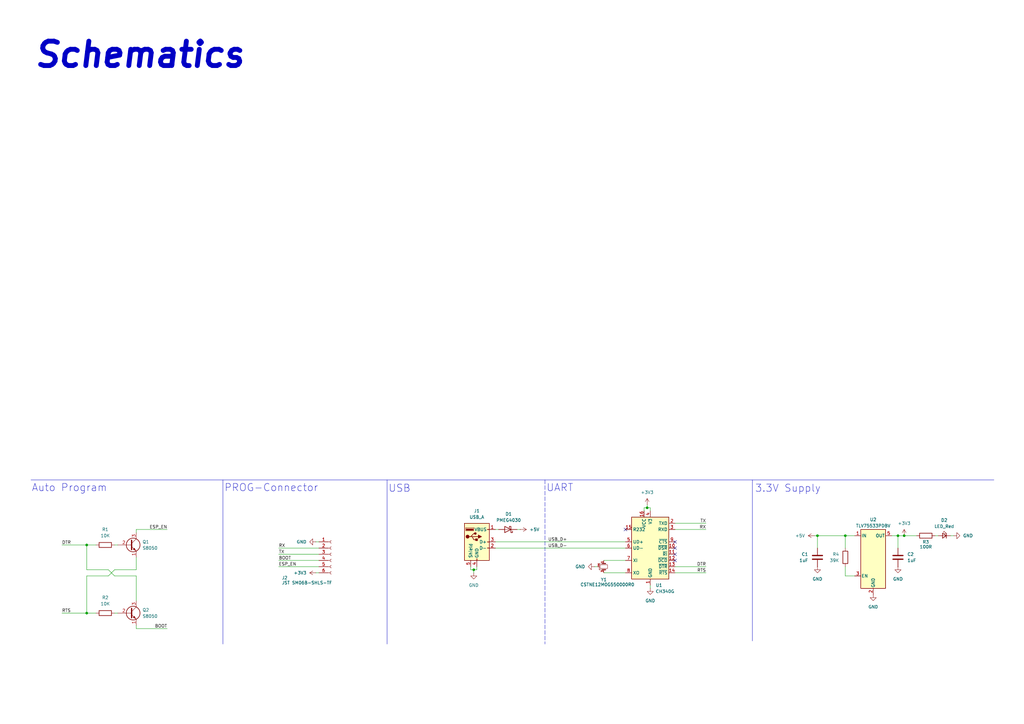
<source format=kicad_sch>
(kicad_sch (version 20231120) (generator "eeschema") (generator_version "8.0")
  (paper "A3")
  (title_block (title "ESP-PROG Stick") (date "2024-10-31") (rev "2") (company "harexew.com // github.com/harexew"))
  (lib_symbols
    (symbol "Connector:Conn_01x06_Socket" (pin_names (offset 1.016) hide)
      (property "Reference" "J" (at 0 7.62 0))
      (property "Value" "Conn_01x06_Socket" (at 0 -10.16 0))
      (symbol "Conn_01x06_Socket_1_1"
        (arc (start 0 -7.112) (mid -0.5058 -7.62) (end 0 -8.128) (stroke (width 0.1524)))
        (arc (start 0 -4.572) (mid -0.5058 -5.08) (end 0 -5.588) (stroke (width 0.1524)))
        (arc (start 0 -2.032) (mid -0.5058 -2.54) (end 0 -3.048) (stroke (width 0.1524)))
        (polyline (pts (xy -1.27 -7.62) (xy -0.508 -7.62)) (stroke (width 0.1524)))
        (polyline (pts (xy -1.27 -5.08) (xy -0.508 -5.08)) (stroke (width 0.1524)))
        (polyline (pts (xy -1.27 -2.54) (xy -0.508 -2.54)) (stroke (width 0.1524)))
        (polyline (pts (xy -1.27 0) (xy -0.508 0)) (stroke (width 0.1524)))
        (polyline (pts (xy -1.27 2.54) (xy -0.508 2.54)) (stroke (width 0.1524)))
        (polyline (pts (xy -1.27 5.08) (xy -0.508 5.08)) (stroke (width 0.1524)))
        (arc (start 0 0.508) (mid -0.5058 0) (end 0 -0.508) (stroke (width 0.1524)))
        (arc (start 0 3.048) (mid -0.5058 2.54) (end 0 2.032) (stroke (width 0.1524)))
        (arc (start 0 5.588) (mid -0.5058 5.08) (end 0 4.572) (stroke (width 0.1524)))
        (pin passive line (at -5.08 5.08 0) (length 3.81) (name "Pin_1") (number "1"))
        (pin passive line (at -5.08 2.54 0) (length 3.81) (name "Pin_2") (number "2"))
        (pin passive line (at -5.08 0 0) (length 3.81) (name "Pin_3") (number "3"))
        (pin passive line (at -5.08 -2.54 0) (length 3.81) (name "Pin_4") (number "4"))
        (pin passive line (at -5.08 -5.08 0) (length 3.81) (name "Pin_5") (number "5"))
        (pin passive line (at -5.08 -7.62 0) (length 3.81) (name "Pin_6") (number "6"))
      )
    )
    (symbol "Connector:USB_A" (pin_names (offset 1.016))
      (property "Reference" "J" (at -5.08 11.43 0))
      (property "Value" "USB_A" (at -5.08 8.89 0))
      (symbol "USB_A_0_1"
        (rectangle (start -5.08 -7.62) (end 5.08 7.62) (stroke (width 0.254)) (fill (type background)))
        (circle (center -3.81 2.159) (radius 0.635) (stroke (width 0.254)) (fill (type outline)))
        (rectangle (start -1.524 4.826) (end -4.318 5.334) (fill (type outline)))
        (rectangle (start -1.27 4.572) (end -4.572 5.842))
        (circle (center -0.635 3.429) (radius 0.381) (stroke (width 0.254)) (fill (type outline)))
        (rectangle (start -0.127 -7.62) (end 0.127 -6.858))
        (polyline (pts (xy -3.175 2.159) (xy -2.54 2.159) (xy -1.27 3.429) (xy -0.635 3.429)) (stroke (width 0.254)))
        (polyline (pts (xy -2.54 2.159) (xy -1.905 2.159) (xy -1.27 0.889) (xy 0 0.889)) (stroke (width 0.254)))
        (polyline (pts (xy 0.635 2.794) (xy 0.635 1.524) (xy 1.905 2.159) (xy 0.635 2.794)) (stroke (width 0.254)) (fill (type outline)))
        (rectangle (start 0.254 1.27) (end -0.508 0.508) (stroke (width 0.254)) (fill (type outline)))
        (rectangle (start 5.08 -2.667) (end 4.318 -2.413))
        (rectangle (start 5.08 -0.127) (end 4.318 0.127))
        (rectangle (start 5.08 4.953) (end 4.318 5.207))
      )
      (symbol "USB_A_1_1"
        (polyline (pts (xy -1.905 2.159) (xy 0.635 2.159)) (stroke (width 0.254)))
        (pin power_in line (at 7.62 5.08 180) (length 2.54) (name "VBUS") (number "1"))
        (pin bidirectional line (at 7.62 -2.54 180) (length 2.54) (name "D-") (number "2"))
        (pin bidirectional line (at 7.62 0 180) (length 2.54) (name "D+") (number "3"))
        (pin power_in line (at 0 -10.16 90) (length 2.54) (name "GND") (number "4"))
        (pin passive line (at -2.54 -10.16 90) (length 2.54) (name "Shield") (number "5"))
      )
    )
    (symbol "Device:C" (pin_numbers hide) (pin_names (offset 0.254))
      (property "Reference" "C" (at 0.635 2.54 0))
      (property "Value" "C" (at 0.635 -2.54 0))
      (symbol "C_0_1"
        (polyline (pts (xy -2.032 -0.762) (xy 2.032 -0.762)) (stroke (width 0.508)))
        (polyline (pts (xy -2.032 0.762) (xy 2.032 0.762)) (stroke (width 0.508)))
      )
      (symbol "C_1_1"
        (pin passive line (at 0 3.81 270) (length 2.794) (name "~") (number "1"))
        (pin passive line (at 0 -3.81 90) (length 2.794) (name "~") (number "2"))
      )
    )
    (symbol "Device:Crystal_GND2_Small" (pin_names (offset 1.016) hide)
      (property "Reference" "Y" (at 0 5.08 0))
      (property "Value" "Crystal_GND2_Small" (at 0 3.175 0))
      (symbol "Crystal_GND2_Small_0_1"
        (rectangle (start -0.762 -1.524) (end 0.762 1.524))
        (polyline (pts (xy -1.27 -0.762) (xy -1.27 0.762)) (stroke (width 0.381)))
        (polyline (pts (xy 1.27 -0.762) (xy 1.27 0.762)) (stroke (width 0.381)))
        (polyline (pts (xy -1.27 -1.27) (xy -1.27 -1.905) (xy 1.27 -1.905) (xy 1.27 -1.27)))
      )
      (symbol "Crystal_GND2_Small_1_1"
        (pin passive line (at -2.54 0 0) (length 1.27) (name "1") (number "1"))
        (pin passive line (at 0 -2.54 90) (length 0.635) (name "2") (number "2"))
        (pin passive line (at 2.54 0 180) (length 1.27) (name "3") (number "3"))
      )
    )
    (symbol "Device:D_Schottky" (pin_numbers hide) (pin_names (offset 1.016) hide)
      (property "Reference" "D" (at 0 2.54 0))
      (property "Value" "D_Schottky" (at 0 -2.54 0))
      (symbol "D_Schottky_0_1"
        (polyline (pts (xy 1.27 0) (xy -1.27 0)))
        (polyline (pts (xy 1.27 1.27) (xy 1.27 -1.27) (xy -1.27 0) (xy 1.27 1.27)) (stroke (width 0.254)))
        (polyline (pts (xy -1.905 0.635) (xy -1.905 1.27) (xy -1.27 1.27) (xy -1.27 -1.27) (xy -0.635 -1.27) (xy -0.635 -0.635)) (stroke (width 0.254)))
      )
      (symbol "D_Schottky_1_1"
        (pin passive line (at -3.81 0 0) (length 2.54) (name "K") (number "1"))
        (pin passive line (at 3.81 0 180) (length 2.54) (name "A") (number "2"))
      )
    )
    (symbol "Device:LED_Small" (pin_numbers hide) (pin_names (offset 0.254) hide)
      (property "Reference" "D" (at -1.27 3.175 0))
      (property "Value" "LED_Small" (at -4.445 -2.54 0))
      (symbol "LED_Small_0_1"
        (polyline (pts (xy -0.762 -1.016) (xy -0.762 1.016)) (stroke (width 0.254)))
        (polyline (pts (xy 1.016 0) (xy -0.762 0)))
        (polyline (pts (xy 0.762 -1.016) (xy -0.762 0) (xy 0.762 1.016) (xy 0.762 -1.016)) (stroke (width 0.254)))
        (polyline (pts (xy 0 0.762) (xy -0.508 1.27) (xy -0.254 1.27) (xy -0.508 1.27) (xy -0.508 1.016)))
        (polyline (pts (xy 0.508 1.27) (xy 0 1.778) (xy 0.254 1.778) (xy 0 1.778) (xy 0 1.524)))
      )
      (symbol "LED_Small_1_1"
        (pin passive line (at -2.54 0 0) (length 1.778) (name "K") (number "1"))
        (pin passive line (at 2.54 0 180) (length 1.778) (name "A") (number "2"))
      )
    )
    (symbol "Device:R" (pin_numbers hide) (pin_names (offset 0))
      (property "Reference" "R" (at 2.032 0 90))
      (property "Value" "R" (at 0 0 90))
      (symbol "R_0_1"
        (rectangle (start -1.016 -2.54) (end 1.016 2.54) (stroke (width 0.254)))
      )
      (symbol "R_1_1"
        (pin passive line (at 0 3.81 270) (length 1.27) (name "~") (number "1"))
        (pin passive line (at 0 -3.81 90) (length 1.27) (name "~") (number "2"))
      )
    )
    (symbol "Interface_USB:CH340G"
      (property "Reference" "U" (at -5.08 13.97 0))
      (property "Value" "CH340G" (at 1.27 13.97 0))
      (symbol "CH340G_0_1"
        (rectangle (start -7.62 12.7) (end 7.62 -12.7) (stroke (width 0.254)) (fill (type background)))
      )
      (symbol "CH340G_1_1"
        (pin power_in line (at 0 -15.24 90) (length 2.54) (name "GND") (number "1"))
        (pin input line (at 10.16 0 180) (length 2.54) (name "~{DSR}") (number "10"))
        (pin input line (at 10.16 -2.54 180) (length 2.54) (name "~{RI}") (number "11"))
        (pin input line (at 10.16 -5.08 180) (length 2.54) (name "~{DCD}") (number "12"))
        (pin output line (at 10.16 -7.62 180) (length 2.54) (name "~{DTR}") (number "13"))
        (pin output line (at 10.16 -10.16 180) (length 2.54) (name "~{RTS}") (number "14"))
        (pin input line (at -10.16 7.62 0) (length 2.54) (name "R232") (number "15"))
        (pin power_in line (at -2.54 15.24 270) (length 2.54) (name "VCC") (number "16"))
        (pin output line (at 10.16 10.16 180) (length 2.54) (name "TXD") (number "2"))
        (pin input line (at 10.16 7.62 180) (length 2.54) (name "RXD") (number "3"))
        (pin power_out line (at 0 15.24 270) (length 2.54) (name "V3") (number "4"))
        (pin bidirectional line (at -10.16 2.54 0) (length 2.54) (name "UD+") (number "5"))
        (pin bidirectional line (at -10.16 0 0) (length 2.54) (name "UD-") (number "6"))
        (pin input line (at -10.16 -5.08 0) (length 2.54) (name "XI") (number "7"))
        (pin output line (at -10.16 -10.16 0) (length 2.54) (name "XO") (number "8"))
        (pin input line (at 10.16 2.54 180) (length 2.54) (name "~{CTS}") (number "9"))
      )
    )
    (symbol "Regulator_Linear:TLV75533PDBV" (pin_names (offset 0.254))
      (property "Reference" "U3" (at 0 23.114 0))
      (property "Value" "TLV75533PDBV" (at 0 20.574 0))
      (symbol "TLV75533PDBV_0_1"
        (rectangle (start -5.08 19.05) (end 5.08 -5.08) (stroke (width 0.254)) (fill (type background)))
      )
      (symbol "TLV75533PDBV_1_1"
        (pin power_in line (at -7.62 16.51 0) (length 2.54) (name "IN") (number "1"))
        (pin power_in line (at 0 -7.62 90) (length 2.54) (name "GND") (number "2"))
        (pin input line (at -7.62 0 0) (length 2.54) (name "EN") (number "3"))
        (pin no_connect line (at 5.08 0 180) (length 2.54) hide (name "NC") (number "4"))
        (pin power_out line (at 7.62 16.51 180) (length 2.54) (name "OUT") (number "5"))
      )
    )
    (symbol "Transistor_BJT:S8050" (pin_names (offset 0) hide)
      (property "Reference" "Q" (at 5.08 1.905 0))
      (property "Value" "S8050" (at 5.08 0 0))
      (symbol "S8050_0_1"
        (polyline (pts (xy 0 0) (xy 0.635 0)))
        (polyline (pts (xy 0.635 0.635) (xy 2.54 2.54)))
        (polyline (pts (xy 0.635 -0.635) (xy 2.54 -2.54) (xy 2.54 -2.54)))
        (polyline (pts (xy 0.635 1.905) (xy 0.635 -1.905) (xy 0.635 -1.905)) (stroke (width 0.508)))
        (polyline (pts (xy 1.27 -1.778) (xy 1.778 -1.27) (xy 2.286 -2.286) (xy 1.27 -1.778) (xy 1.27 -1.778)) (fill (type outline)))
        (circle (center 1.27 0) (radius 2.8194) (stroke (width 0.254)))
      )
      (symbol "S8050_1_1"
        (pin passive line (at 2.54 -5.08 90) (length 2.54) (name "E") (number "1"))
        (pin input line (at -5.08 0 0) (length 5.08) (name "B") (number "2"))
        (pin passive line (at 2.54 5.08 270) (length 2.54) (name "C") (number "3"))
      )
    )
    (symbol "power:+3V3" (power) (pin_numbers hide) (pin_names (offset 0) hide)
      (property "Value" "+3V3" (at 0 3.556 0))
      (symbol "+3V3_0_1"
        (polyline (pts (xy -0.762 1.27) (xy 0 2.54)))
        (polyline (pts (xy 0 0) (xy 0 2.54)))
        (polyline (pts (xy 0 2.54) (xy 0.762 1.27)))
      )
      (symbol "+3V3_1_1"
        (pin power_in line (at 0 0 90) (length 0) (name "~") (number "1"))
      )
    )
    (symbol "power:+5V" (power) (pin_numbers hide) (pin_names (offset 0) hide)
      (property "Value" "+5V" (at 0 3.556 0))
      (symbol "+5V_0_1"
        (polyline (pts (xy -0.762 1.27) (xy 0 2.54)))
        (polyline (pts (xy 0 0) (xy 0 2.54)))
        (polyline (pts (xy 0 2.54) (xy 0.762 1.27)))
      )
      (symbol "+5V_1_1"
        (pin power_in line (at 0 0 90) (length 0) (name "~") (number "1"))
      )
    )
    (symbol "power:GND" (power) (pin_numbers hide) (pin_names (offset 0) hide)
      (property "Value" "GND" (at 0 -3.81 0))
      (symbol "GND_0_1"
        (polyline (pts (xy 0 0) (xy 0 -1.27) (xy 1.27 -1.27) (xy 0 -2.54) (xy -1.27 -1.27) (xy 0 -1.27)))
      )
      (symbol "GND_1_1"
        (pin power_in line (at 0 0 270) (length 0) (name "~") (number "1"))
      )
    )
  )
  (junction (at 194.31 233.68))
  (junction (at 35.56 251.46))
  (junction (at 35.56 223.52))
  (junction (at 335.28 219.71))
  (junction (at 370.84 219.71))
  (junction (at 265.43 208.28))
  (junction (at 368.3 219.71))
  (junction (at 346.71 219.71))
  (no_connect (at 276.86 227.33))
  (no_connect (at 276.86 222.25))
  (no_connect (at 256.54 217.17))
  (no_connect (at 276.86 224.79))
  (no_connect (at 276.86 229.87))
  (wire (pts (xy 46.99 236.22) (xy 55.88 236.22)))
  (wire (pts (xy 276.86 214.63) (xy 289.56 214.63)))
  (wire (pts (xy 55.88 236.22) (xy 55.88 246.38)))
  (wire (pts (xy 194.31 233.68) (xy 194.31 234.95)))
  (wire (pts (xy 346.71 232.41) (xy 346.71 236.22)))
  (wire (pts (xy 55.88 256.54) (xy 55.88 257.81)))
  (wire (pts (xy 243.84 232.41) (xy 245.11 232.41)))
  (wire (pts (xy 35.56 233.68) (xy 35.56 223.52)))
  (polyline (pts (xy 308.61 196.85) (xy 308.61 262.89)))
  (wire (pts (xy 247.65 229.87) (xy 256.54 229.87)))
  (wire (pts (xy 44.45 233.68) (xy 35.56 233.68)))
  (wire (pts (xy 129.54 234.95) (xy 130.81 234.95)))
  (wire (pts (xy 195.58 232.41) (xy 195.58 233.68)))
  (wire (pts (xy 335.28 219.71) (xy 346.71 219.71)))
  (wire (pts (xy 114.3 229.87) (xy 130.81 229.87)))
  (wire (pts (xy 247.65 234.95) (xy 256.54 234.95)))
  (wire (pts (xy 264.16 209.55) (xy 264.16 208.28)))
  (wire (pts (xy 276.86 217.17) (xy 289.56 217.17)))
  (wire (pts (xy 25.4 251.46) (xy 35.56 251.46)))
  (wire (pts (xy 35.56 236.22) (xy 35.56 251.46)))
  (wire (pts (xy 265.43 207.01) (xy 265.43 208.28)))
  (wire (pts (xy 35.56 223.52) (xy 39.37 223.52)))
  (polyline (pts (xy 158.75 196.85) (xy 158.75 264.16)))
  (wire (pts (xy 114.3 227.33) (xy 130.81 227.33)))
  (wire (pts (xy 46.99 223.52) (xy 48.26 223.52)))
  (wire (pts (xy 346.71 236.22) (xy 350.52 236.22)))
  (wire (pts (xy 44.45 233.68) (xy 46.99 236.22)))
  (polyline (pts (xy 91.44 196.85) (xy 91.44 264.16)))
  (wire (pts (xy 55.88 233.68) (xy 55.88 228.6)))
  (wire (pts (xy 194.31 233.68) (xy 195.58 233.68)))
  (wire (pts (xy 55.88 257.81) (xy 68.58 257.81)))
  (wire (pts (xy 193.04 232.41) (xy 193.04 233.68)))
  (wire (pts (xy 46.99 251.46) (xy 48.26 251.46)))
  (wire (pts (xy 203.2 217.17) (xy 204.47 217.17)))
  (polyline (pts (xy 223.52 196.85) (xy 223.52 264.16)) (stroke (width 0) (type dash)))
  (wire (pts (xy 55.88 218.44) (xy 55.88 217.17)))
  (wire (pts (xy 212.09 217.17) (xy 213.36 217.17)))
  (wire (pts (xy 266.7 240.03) (xy 266.7 241.3)))
  (wire (pts (xy 114.3 232.41) (xy 130.81 232.41)))
  (wire (pts (xy 46.99 233.68) (xy 55.88 233.68)))
  (wire (pts (xy 365.76 219.71) (xy 368.3 219.71)))
  (wire (pts (xy 334.01 219.71) (xy 335.28 219.71)))
  (wire (pts (xy 265.43 208.28) (xy 266.7 208.28)))
  (wire (pts (xy 276.86 232.41) (xy 289.56 232.41)))
  (wire (pts (xy 389.89 219.71) (xy 391.16 219.71)))
  (wire (pts (xy 384.81 219.71) (xy 383.54 219.71)))
  (wire (pts (xy 35.56 236.22) (xy 44.45 236.22)))
  (wire (pts (xy 368.3 219.71) (xy 370.84 219.71)))
  (wire (pts (xy 44.45 236.22) (xy 46.99 233.68)))
  (wire (pts (xy 55.88 217.17) (xy 68.58 217.17)))
  (wire (pts (xy 375.92 219.71) (xy 370.84 219.71)))
  (wire (pts (xy 203.2 224.79) (xy 256.54 224.79)))
  (wire (pts (xy 335.28 224.79) (xy 335.28 219.71)))
  (wire (pts (xy 114.3 224.79) (xy 130.81 224.79)))
  (wire (pts (xy 350.52 219.71) (xy 346.71 219.71)))
  (wire (pts (xy 193.04 233.68) (xy 194.31 233.68)))
  (wire (pts (xy 129.54 222.25) (xy 130.81 222.25)))
  (wire (pts (xy 276.86 234.95) (xy 289.56 234.95)))
  (polyline (pts (xy 12.7 196.85) (xy 407.67 196.85)))
  (wire (pts (xy 25.4 223.52) (xy 35.56 223.52)))
  (wire (pts (xy 266.7 208.28) (xy 266.7 209.55)))
  (wire (pts (xy 264.16 208.28) (xy 265.43 208.28)))
  (wire (pts (xy 368.3 219.71) (xy 368.3 224.79)))
  (wire (pts (xy 346.71 219.71) (xy 346.71 224.79)))
  (wire (pts (xy 35.56 251.46) (xy 39.37 251.46)))
  (wire (pts (xy 203.2 222.25) (xy 256.54 222.25)))
  (text "Auto Program" (at 12.954 200.152 0) (effects (font (size 3 3)) (justify left)))
  (text "3.3V Supply" (at 309.626 200.406 0) (effects (font (size 3 3)) (justify left)))
  (text "UART" (at 224.028 200.152 0) (effects (font (size 3 3)) (justify left)))
  (text "Schematics" (at 13.462 16.764 0) (effects (font (size 10 10) (thickness 2) (bold yes) (italic yes)) (justify left top)))
  (text "USB" (at 159.258 200.406 0) (effects (font (size 3 3)) (justify left)))
  (text "PROG-Connector" (at 91.948 200.152 0) (effects (font (size 3 3)) (justify left)))
  (label "RTS" (at 25.4 251.46 0))
  (label "DTR" (at 289.56 232.41 180))
  (label "BOOT" (at 68.58 257.81 180))
  (label "DTR" (at 25.4 223.52 0))
  (label "ESP_EN" (at 68.58 217.17 180))
  (label "USB_D-" (at 224.79 224.79 0))
  (label "RX" (at 114.3 224.79 0))
  (label "RTS" (at 289.56 234.95 180))
  (label "TX" (at 289.56 214.63 180))
  (label "BOOT" (at 114.3 229.87 0))
  (label "TX" (at 114.3 227.33 0))
  (label "USB_D+" (at 224.79 222.25 0))
  (label "RX" (at 289.56 217.17 180))
  (label "ESP_EN" (at 114.3 232.41 0))
  (symbol (lib_id "Regulator_Linear:TLV75533PDBV") (at 358.14 236.22 0) (unit 1)
    (property "Reference" "U2" (at 358.14 213.106 0))
    (property "Value" "TLV75533PDBV" (at 358.14 215.646 0))
    (property "Footprint" "Package_TO_SOT_SMD:SOT-23-5" (effects (hide yes)))
    (property "Datasheet" "http://www.ti.com/lit/ds/symlink/tlv755p.pdf" (effects (hide yes)))
    (property "Description" "500mA Low Dropout Voltage Regulator, Fixed Output 3.3V, SOT-23-5" (effects (hide yes)))
    (property "Part" "TLV75533PDBV" (effects (hide yes)))
  )
  (symbol (lib_id "power:GND") (at 358.14 243.84 0) (unit 1)
    (property "Reference" "#PWR010" (effects (hide yes)))
    (property "Value" "GND" (at 358.14 248.92 0))
    (property "Description" "Power symbol creates a global label with name \"GND\" , ground" (effects (hide yes)))
  )
  (symbol (lib_id "power:+5V") (at 334.01 219.71 90) (unit 1)
    (property "Reference" "#PWR08" (effects (hide yes)))
    (property "Value" "+5V" (at 330.2 219.7099 90) (effects (justify left)))
    (property "Description" "Power symbol creates a global label with name \"+5V\"" (effects (hide yes)))
  )
  (symbol (lib_id "Interface_USB:CH340G") (at 266.7 224.79 0) (unit 1)
    (property "Reference" "U1" (at 268.8941 240.03 0) (effects (justify left)))
    (property "Value" "CH340G" (at 268.8941 242.57 0) (effects (justify left)))
    (property "Footprint" "Package_SO:SOIC-16_3.9x9.9mm_P1.27mm" (effects (hide yes)))
    (property "Datasheet" "http://www.datasheet5.com/pdf-local-2195953" (effects (hide yes)))
    (property "Description" "USB serial converter, UART, SOIC-16" (effects (hide yes)))
    (property "Part" " CH340G" (effects (hide yes)))
  )
  (symbol (lib_id "Device:R") (at 379.73 219.71 90) (mirror x) (unit 1)
    (property "Reference" "R3" (at 379.73 222.25 90))
    (property "Value" "100R" (at 379.73 224.282 90))
    (property "Footprint" "Resistor_SMD:R_0603_1608Metric" (effects (hide yes)))
    (property "Description" "Resistor" (effects (hide yes)))
    (property "Part" "RC0603FR-07100RL" (effects (hide yes)))
  )
  (symbol (lib_id "Connector:Conn_01x06_Socket") (at 135.89 227.33 0) (unit 1)
    (property "Reference" "J2" (at 115.57 236.982 0) (effects (justify left)))
    (property "Value" "JST SM06B-SHLS-TF" (at 115.57 239.014 0) (effects (justify left)))
    (property "Footprint" "Connector_JST:JST_SHL_SM06B-SHLS-TF_1x06-1MP_P1.00mm_Horizontal" (effects (hide yes)))
    (property "Description" "Generic connector, single row, 01x06, script generated" (effects (hide yes)))
    (property "Part" " SM06BSHLSTFLFSN" (effects (hide yes)))
  )
  (symbol (lib_id "power:GND") (at 335.28 232.41 0) (unit 1)
    (property "Reference" "#PWR09" (effects (hide yes)))
    (property "Value" "GND" (at 335.28 237.49 0))
    (property "Description" "Power symbol creates a global label with name \"GND\" , ground" (effects (hide yes)))
  )
  (symbol (lib_id "Transistor_BJT:S8050") (at 53.34 251.46 0) (unit 1)
    (property "Reference" "Q2" (at 58.42 250.1899 0) (effects (justify left)))
    (property "Value" "S8050" (at 58.42 252.7299 0) (effects (justify left)))
    (property "Footprint" "Package_TO_SOT_SMD:SOT-23" (effects (hide yes)))
    (property "Datasheet" "http://www.unisonic.com.tw/datasheet/S8050.pdf" (effects (hide yes)))
    (property "Description" "0.7A Ic, 20V Vce, Low Voltage High Current NPN Transistor, TO-92" (effects (hide yes)))
    (property "Part" " S8050" (effects (hide yes)))
  )
  (symbol (lib_id "Device:R") (at 346.71 228.6 0) (mirror y) (unit 1)
    (property "Reference" "R4" (at 344.17 227.3299 0) (effects (justify left)))
    (property "Value" "39K" (at 344.17 229.8699 0) (effects (justify left)))
    (property "Footprint" "Resistor_SMD:R_0603_1608Metric_Pad0.98x0.95mm_HandSolder" (effects (hide yes)))
    (property "Description" "Resistor" (effects (hide yes)))
    (property "Part" "RT0603BRD0739KL" (effects (hide yes)))
  )
  (symbol (lib_id "power:GND") (at 391.16 219.71 90) (unit 1)
    (property "Reference" "#PWR011" (effects (hide yes)))
    (property "Value" "GND" (at 394.97 219.7099 90) (effects (justify right)))
    (property "Description" "Power symbol creates a global label with name \"GND\" , ground" (effects (hide yes)))
  )
  (symbol (lib_id "Connector:USB_A") (at 195.58 222.25 0) (unit 1)
    (property "Reference" "J1" (at 195.58 209.55 0))
    (property "Value" "USB_A" (at 195.58 212.09 0))
    (property "Footprint" "USB_Custom:XKB_U217-041N" (effects (hide yes)))
    (property "Description" "USB Type A connector" (effects (hide yes)))
    (property "Part" " 100101101101" (effects (hide yes)))
  )
  (symbol (lib_id "power:+5V") (at 213.36 217.17 270) (unit 1)
    (property "Reference" "#PWR02" (effects (hide yes)))
    (property "Value" "+5V" (at 217.17 217.1699 90) (effects (justify left)))
    (property "Description" "Power symbol creates a global label with name \"+5V\"" (effects (hide yes)))
  )
  (symbol (lib_id "power:GND") (at 129.54 222.25 270) (unit 1)
    (property "Reference" "#PWR03" (effects (hide yes)))
    (property "Value" "GND" (at 125.73 222.2499 90) (effects (justify right)))
    (property "Description" "Power symbol creates a global label with name \"GND\" , ground" (effects (hide yes)))
  )
  (symbol (lib_id "power:+3V3") (at 370.84 219.71 0) (unit 1)
    (property "Reference" "#PWR013" (effects (hide yes)))
    (property "Value" "+3V3" (at 370.84 214.63 0))
    (property "Description" "Power symbol creates a global label with name \"+3V3\"" (effects (hide yes)))
  )
  (symbol (lib_id "Device:LED_Small") (at 387.35 219.71 0) (mirror y) (unit 1)
    (property "Reference" "D2" (at 387.2865 213.36 0))
    (property "Value" "LED_Red" (at 387.2865 215.9 0))
    (property "Footprint" "LED_SMD:LED_0603_1608Metric_Pad1.05x0.95mm_HandSolder" (effects (hide yes)))
    (property "Description" "Light emitting diode, small symbol" (effects (hide yes)))
    (property "Part" "SML-D15VWT86C" (effects (hide yes)))
  )
  (symbol (lib_id "Device:Crystal_GND2_Small") (at 247.65 232.41 270) (unit 1)
    (property "Reference" "Y1" (at 246.38 237.744 90) (effects (justify left)))
    (property "Value" "CSTNE12M0G550000R0" (at 237.998 239.776 90) (effects (justify left)))
    (property "Footprint" "Crystal:Resonator_SMD_Murata_CSTxExxV-3Pin_3.0x1.1mm" (effects (hide yes)))
    (property "Description" "Three pin crystal, GND on pin 2, small symbol" (effects (hide yes)))
    (property "Part" " CSTNE12M0G550000R0" (effects (hide yes)))
  )
  (symbol (lib_id "Device:R") (at 43.18 223.52 90) (unit 1)
    (property "Reference" "R1" (at 43.18 217.17 90))
    (property "Value" "10K" (at 43.18 219.71 90))
    (property "Footprint" "Resistor_SMD:R_0603_1608Metric" (effects (hide yes)))
    (property "Description" "Resistor" (effects (hide yes)))
    (property "Part" "RC0603FR1310KL" (effects (hide yes)))
  )
  (symbol (lib_id "Device:C") (at 335.28 228.6 180) (unit 1)
    (property "Reference" "C1" (at 331.47 227.33 0) (effects (justify left)))
    (property "Value" "1uF" (at 331.47 229.87 0) (effects (justify left)))
    (property "Footprint" "Capacitor_SMD:C_0603_1608Metric_Pad1.08x0.95mm_HandSolder" (effects (hide yes)))
    (property "Description" "Unpolarized capacitor" (effects (hide yes)))
    (property "Part" "CL10A105KB8NNNC" (effects (hide yes)))
  )
  (symbol (lib_id "power:+3V3") (at 129.54 234.95 90) (mirror x) (unit 1)
    (property "Reference" "#PWR04" (effects (hide yes)))
    (property "Value" "+3V3" (at 125.73 234.9499 90) (effects (justify left)))
    (property "Description" "Power symbol creates a global label with name \"+3V3\"" (effects (hide yes)))
  )
  (symbol (lib_id "Device:C") (at 368.3 228.6 0) (mirror x) (unit 1)
    (property "Reference" "C2" (at 372.11 227.33 0) (effects (justify left)))
    (property "Value" "1uF" (at 372.11 229.87 0) (effects (justify left)))
    (property "Footprint" "Capacitor_SMD:C_0603_1608Metric_Pad1.08x0.95mm_HandSolder" (effects (hide yes)))
    (property "Description" "Unpolarized capacitor" (effects (hide yes)))
    (property "Part" "CL10A105KB8NNNC" (effects (hide yes)))
  )
  (symbol (lib_id "power:GND") (at 368.3 232.41 0) (unit 1)
    (property "Reference" "#PWR012" (effects (hide yes)))
    (property "Value" "GND" (at 368.3 237.49 0))
    (property "Description" "Power symbol creates a global label with name \"GND\" , ground" (effects (hide yes)))
  )
  (symbol (lib_id "Device:R") (at 43.18 251.46 90) (unit 1)
    (property "Reference" "R2" (at 43.18 245.11 90))
    (property "Value" "10K" (at 43.18 247.65 90))
    (property "Footprint" "Resistor_SMD:R_0603_1608Metric" (effects (hide yes)))
    (property "Description" "Resistor" (effects (hide yes)))
    (property "Part" "RC0603FR1310KL" (effects (hide yes)))
  )
  (symbol (lib_id "power:GND") (at 266.7 241.3 0) (unit 1)
    (property "Reference" "#PWR07" (effects (hide yes)))
    (property "Value" "GND" (at 266.7 246.38 0))
    (property "Description" "Power symbol creates a global label with name \"GND\" , ground" (effects (hide yes)))
  )
  (symbol (lib_id "power:GND") (at 194.31 234.95 0) (unit 1)
    (property "Reference" "#PWR01" (effects (hide yes)))
    (property "Value" "GND" (at 194.31 240.03 0))
    (property "Description" "Power symbol creates a global label with name \"GND\" , ground" (effects (hide yes)))
  )
  (symbol (lib_id "power:+3V3") (at 265.43 207.01 0) (mirror y) (unit 1)
    (property "Reference" "#PWR06" (effects (hide yes)))
    (property "Value" "+3V3" (at 265.43 201.93 0))
    (property "Description" "Power symbol creates a global label with name \"+3V3\"" (effects (hide yes)))
  )
  (symbol (lib_id "power:GND") (at 243.84 232.41 270) (unit 1)
    (property "Reference" "#PWR05" (effects (hide yes)))
    (property "Value" "GND" (at 240.03 232.4099 90) (effects (justify right)))
    (property "Description" "Power symbol creates a global label with name \"GND\" , ground" (effects (hide yes)))
  )
  (symbol (lib_id "Transistor_BJT:S8050") (at 53.34 223.52 0) (unit 1)
    (property "Reference" "Q1" (at 58.42 222.2499 0) (effects (justify left)))
    (property "Value" "S8050" (at 58.42 224.7899 0) (effects (justify left)))
    (property "Footprint" "Package_TO_SOT_SMD:SOT-23" (effects (hide yes)))
    (property "Datasheet" "http://www.unisonic.com.tw/datasheet/S8050.pdf" (effects (hide yes)))
    (property "Description" "0.7A Ic, 20V Vce, Low Voltage High Current NPN Transistor, TO-92" (effects (hide yes)))
    (property "Part" " S8050" (effects (hide yes)))
  )
  (symbol (lib_id "Device:D_Schottky") (at 208.28 217.17 180) (unit 1)
    (property "Reference" "D1" (at 208.5975 210.82 0))
    (property "Value" "PMEG4030" (at 208.5975 213.36 0))
    (property "Footprint" "Diode_SMD:D_SOD-123" (effects (hide yes)))
    (property "Description" "Schottky diode" (effects (hide yes)))
    (property "Part" "PMEG4030ER115" (effects (hide yes)))
  )
)
</source>
